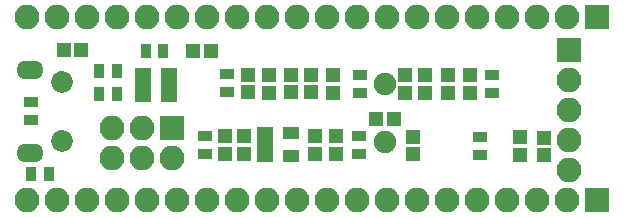
<source format=gbs>
%TF.GenerationSoftware,KiCad,Pcbnew,4.0.7*%
%TF.CreationDate,2017-11-14T20:11:37+08:00*%
%TF.ProjectId,STM32F401CCT6,53544D333246343031434354362E6B69,rev?*%
%TF.FileFunction,Soldermask,Bot*%
%FSLAX46Y46*%
G04 Gerber Fmt 4.6, Leading zero omitted, Abs format (unit mm)*
G04 Created by KiCad (PCBNEW 4.0.7) date 11/14/17 20:11:37*
%MOMM*%
%LPD*%
G01*
G04 APERTURE LIST*
%ADD10C,0.100000*%
%ADD11R,1.150000X1.200000*%
%ADD12R,2.100000X2.100000*%
%ADD13O,2.100000X2.100000*%
%ADD14C,1.850000*%
%ADD15O,2.300000X1.600000*%
%ADD16R,1.300000X0.900000*%
%ADD17R,0.900000X1.300000*%
%ADD18R,1.460000X1.050000*%
%ADD19C,1.900000*%
%ADD20R,1.200000X1.150000*%
G04 APERTURE END LIST*
D10*
D11*
X-11220000Y9310000D03*
X-11220000Y10810000D03*
D12*
X-36472000Y6302000D03*
D13*
X-36472000Y3762000D03*
X-39012000Y6302000D03*
X-39012000Y3762000D03*
X-41552000Y6302000D03*
X-41552000Y3762000D03*
D12*
X-430000Y15700000D03*
D13*
X-2970000Y15700000D03*
X-5510000Y15700000D03*
X-8050000Y15700000D03*
X-10590000Y15700000D03*
X-13130000Y15700000D03*
X-15670000Y15700000D03*
X-18210000Y15700000D03*
X-20750000Y15700000D03*
X-23290000Y15700000D03*
X-25830000Y15700000D03*
X-28370000Y15700000D03*
X-30910000Y15700000D03*
X-33450000Y15700000D03*
X-35990000Y15700000D03*
X-38530000Y15700000D03*
X-41070000Y15700000D03*
X-43610000Y15700000D03*
X-46150000Y15700000D03*
X-48690000Y15700000D03*
D12*
X-430000Y200000D03*
D13*
X-2970000Y200000D03*
X-5510000Y200000D03*
X-8050000Y200000D03*
X-10590000Y200000D03*
X-13130000Y200000D03*
X-15670000Y200000D03*
X-18210000Y200000D03*
X-20750000Y200000D03*
X-23290000Y200000D03*
X-25830000Y200000D03*
X-28370000Y200000D03*
X-30910000Y200000D03*
X-33450000Y200000D03*
X-35990000Y200000D03*
X-38530000Y200000D03*
X-41070000Y200000D03*
X-43610000Y200000D03*
X-46150000Y200000D03*
X-48690000Y200000D03*
D14*
X-45780000Y10230000D03*
X-45780000Y5230000D03*
D15*
X-48480000Y11230000D03*
X-48480000Y4230000D03*
D12*
X-2810000Y12900000D03*
D13*
X-2810000Y10360000D03*
X-2810000Y7820000D03*
X-2810000Y5280000D03*
X-2810000Y2740000D03*
D16*
X-48410000Y8540000D03*
X-48410000Y7040000D03*
D17*
X-41130000Y11140000D03*
X-42630000Y11140000D03*
X-41130000Y9230000D03*
X-42630000Y9230000D03*
D18*
X-36700000Y10920000D03*
X-36700000Y9970000D03*
X-36700000Y9020000D03*
X-38900000Y9020000D03*
X-38900000Y10920000D03*
X-38900000Y9970000D03*
D17*
X-37170000Y12870000D03*
X-38670000Y12870000D03*
D16*
X-31810000Y10860000D03*
X-31810000Y9360000D03*
D11*
X-26380000Y9350000D03*
X-26380000Y10850000D03*
X-28260000Y9320000D03*
X-28260000Y10820000D03*
X-24690000Y9340000D03*
X-24690000Y10840000D03*
X-29990000Y9340000D03*
X-29990000Y10840000D03*
X-22810000Y9330000D03*
X-22810000Y10830000D03*
D16*
X-20500000Y9290000D03*
X-20500000Y10790000D03*
D11*
X-16710000Y10830000D03*
X-16710000Y9330000D03*
X-14980000Y10830000D03*
X-14980000Y9330000D03*
X-13080000Y9310000D03*
X-13080000Y10810000D03*
D16*
X-9340000Y10780000D03*
X-9340000Y9280000D03*
D11*
X-7010000Y4050000D03*
X-7010000Y5550000D03*
D16*
X-10390000Y5570000D03*
X-10390000Y4070000D03*
X-20570000Y5630000D03*
X-20570000Y4130000D03*
D11*
X-22560000Y5650000D03*
X-22560000Y4150000D03*
X-24300000Y5660000D03*
X-24300000Y4160000D03*
D18*
X-28580000Y4000000D03*
X-28580000Y4950000D03*
X-28580000Y5900000D03*
X-26380000Y5900000D03*
X-26380000Y4000000D03*
D11*
X-30350000Y5630000D03*
X-30350000Y4130000D03*
X-31990000Y4140000D03*
X-31990000Y5640000D03*
D16*
X-33670000Y5630000D03*
X-33670000Y4130000D03*
D19*
X-18440000Y5160000D03*
X-18440000Y10040000D03*
D20*
X-34620000Y12850000D03*
X-33120000Y12850000D03*
X-44100000Y12910000D03*
X-45600000Y12910000D03*
D11*
X-4910000Y4020000D03*
X-4910000Y5520000D03*
X-16040000Y5590000D03*
X-16040000Y4090000D03*
D20*
X-19180000Y7120000D03*
X-17680000Y7120000D03*
D17*
X-48380000Y2410000D03*
X-46880000Y2410000D03*
M02*

</source>
